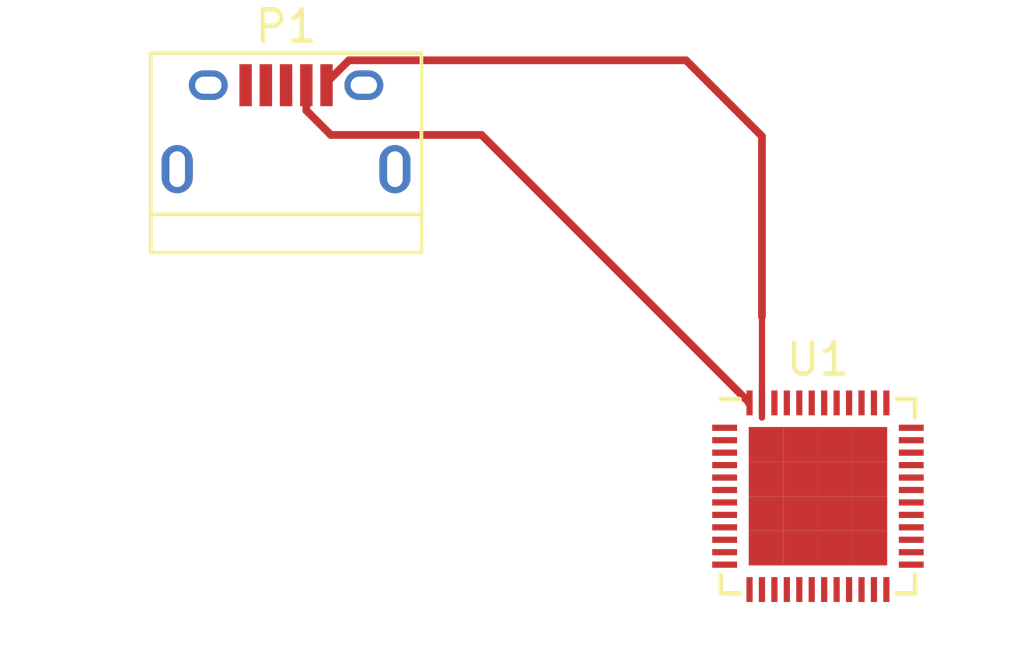
<source format=kicad_pcb>
(kicad_pcb (version 20160815) (host pcbnew "(2017-01-21 revision 33449216b)-makepkg")

  (general
    (links 5)
    (no_connects 5)
    (area 26.929972 19.5223 60.173619 41.076)
    (thickness 1.6)
    (drawings 0)
    (tracks 13)
    (zones 0)
    (modules 2)
    (nets 49)
  )

  (page A4)
  (layers
    (0 F.Cu signal)
    (31 B.Cu signal hide)
    (32 B.Adhes user)
    (33 F.Adhes user)
    (34 B.Paste user)
    (35 F.Paste user)
    (36 B.SilkS user)
    (37 F.SilkS user)
    (38 B.Mask user)
    (39 F.Mask user hide)
    (40 Dwgs.User user)
    (41 Cmts.User user)
    (42 Eco1.User user)
    (43 Eco2.User user)
    (44 Edge.Cuts user)
    (45 Margin user)
    (46 B.CrtYd user)
    (47 F.CrtYd user)
    (48 B.Fab user)
    (49 F.Fab user)
  )

  (setup
    (last_trace_width 0.2)
    (user_trace_width 0.2)
    (trace_clearance 0.2)
    (zone_clearance 0.508)
    (zone_45_only no)
    (trace_min 0.2)
    (segment_width 0.2)
    (edge_width 0.15)
    (via_size 0.8)
    (via_drill 0.4)
    (via_min_size 0.4)
    (via_min_drill 0.3)
    (uvia_size 0.3)
    (uvia_drill 0.1)
    (uvias_allowed no)
    (uvia_min_size 0.2)
    (uvia_min_drill 0.1)
    (pcb_text_width 0.3)
    (pcb_text_size 1.5 1.5)
    (mod_edge_width 0.15)
    (mod_text_size 1 1)
    (mod_text_width 0.15)
    (pad_size 1.524 1.524)
    (pad_drill 0.762)
    (pad_to_mask_clearance 0.2)
    (aux_axis_origin 0 0)
    (visible_elements FFFFFF7F)
    (pcbplotparams
      (layerselection 0x00000_7fffffff)
      (usegerberextensions false)
      (excludeedgelayer true)
      (linewidth 0.100000)
      (plotframeref false)
      (viasonmask false)
      (mode 1)
      (useauxorigin true)
      (hpglpennumber 1)
      (hpglpenspeed 20)
      (hpglpendiameter 15)
      (psnegative false)
      (psa4output false)
      (plotreference false)
      (plotvalue false)
      (plotinvisibletext false)
      (padsonsilk false)
      (subtractmaskfromsilk false)
      (outputformat 3)
      (mirror false)
      (drillshape 0)
      (scaleselection 1)
      (outputdirectory ../cam/))
  )

  (net 0 "")
  (net 1 "Net-(U1-Pad46)")
  (net 2 "Net-(U1-Pad45)")
  (net 3 "Net-(U1-Pad44)")
  (net 4 "Net-(U1-Pad43)")
  (net 5 "Net-(U1-Pad42)")
  (net 6 "Net-(U1-Pad41)")
  (net 7 "Net-(U1-Pad40)")
  (net 8 "Net-(U1-Pad39)")
  (net 9 "Net-(U1-Pad37)")
  (net 10 "Net-(U1-Pad36)")
  (net 11 "Net-(U1-Pad35)")
  (net 12 "Net-(U1-Pad34)")
  (net 13 "Net-(U1-Pad33)")
  (net 14 "Net-(U1-Pad32)")
  (net 15 "Net-(U1-Pad31)")
  (net 16 "Net-(U1-Pad30)")
  (net 17 "Net-(U1-Pad29)")
  (net 18 "Net-(U1-Pad28)")
  (net 19 "Net-(U1-Pad27)")
  (net 20 "Net-(U1-Pad26)")
  (net 21 "Net-(U1-Pad25)")
  (net 22 "Net-(U1-Pad24)")
  (net 23 "Net-(U1-Pad23)")
  (net 24 "Net-(U1-Pad22)")
  (net 25 "Net-(U1-Pad21)")
  (net 26 "Net-(U1-Pad20)")
  (net 27 "Net-(U1-Pad19)")
  (net 28 "Net-(U1-Pad18)")
  (net 29 "Net-(U1-Pad17)")
  (net 30 "Net-(U1-Pad16)")
  (net 31 "Net-(U1-Pad15)")
  (net 32 "Net-(U1-Pad14)")
  (net 33 "Net-(U1-Pad13)")
  (net 34 "Net-(U1-Pad12)")
  (net 35 "Net-(U1-Pad11)")
  (net 36 "Net-(U1-Pad10)")
  (net 37 "Net-(U1-Pad9)")
  (net 38 "Net-(U1-Pad6)")
  (net 39 "Net-(U1-Pad5)")
  (net 40 "Net-(U1-Pad4)")
  (net 41 "Net-(U1-Pad3)")
  (net 42 "Net-(U1-Pad2)")
  (net 43 "Net-(U1-Pad1)")
  (net 44 "Net-(P1-Pad4)")
  (net 45 "Net-(P1-Pad5)")
  (net 46 "Net-(P1-Pad1)")
  (net 47 "Net-(P1-Pad2)")
  (net 48 "Net-(P1-Pad3)")

  (net_class Default "This is the default net class."
    (clearance 0.2)
    (trace_width 0.25)
    (via_dia 0.8)
    (via_drill 0.4)
    (uvia_dia 0.3)
    (uvia_drill 0.1)
    (add_net "Net-(P1-Pad1)")
    (add_net "Net-(P1-Pad2)")
    (add_net "Net-(P1-Pad3)")
    (add_net "Net-(P1-Pad4)")
    (add_net "Net-(P1-Pad5)")
    (add_net "Net-(U1-Pad1)")
    (add_net "Net-(U1-Pad10)")
    (add_net "Net-(U1-Pad11)")
    (add_net "Net-(U1-Pad12)")
    (add_net "Net-(U1-Pad13)")
    (add_net "Net-(U1-Pad14)")
    (add_net "Net-(U1-Pad15)")
    (add_net "Net-(U1-Pad16)")
    (add_net "Net-(U1-Pad17)")
    (add_net "Net-(U1-Pad18)")
    (add_net "Net-(U1-Pad19)")
    (add_net "Net-(U1-Pad2)")
    (add_net "Net-(U1-Pad20)")
    (add_net "Net-(U1-Pad21)")
    (add_net "Net-(U1-Pad22)")
    (add_net "Net-(U1-Pad23)")
    (add_net "Net-(U1-Pad24)")
    (add_net "Net-(U1-Pad25)")
    (add_net "Net-(U1-Pad26)")
    (add_net "Net-(U1-Pad27)")
    (add_net "Net-(U1-Pad28)")
    (add_net "Net-(U1-Pad29)")
    (add_net "Net-(U1-Pad3)")
    (add_net "Net-(U1-Pad30)")
    (add_net "Net-(U1-Pad31)")
    (add_net "Net-(U1-Pad32)")
    (add_net "Net-(U1-Pad33)")
    (add_net "Net-(U1-Pad34)")
    (add_net "Net-(U1-Pad35)")
    (add_net "Net-(U1-Pad36)")
    (add_net "Net-(U1-Pad37)")
    (add_net "Net-(U1-Pad39)")
    (add_net "Net-(U1-Pad4)")
    (add_net "Net-(U1-Pad40)")
    (add_net "Net-(U1-Pad41)")
    (add_net "Net-(U1-Pad42)")
    (add_net "Net-(U1-Pad43)")
    (add_net "Net-(U1-Pad44)")
    (add_net "Net-(U1-Pad45)")
    (add_net "Net-(U1-Pad46)")
    (add_net "Net-(U1-Pad5)")
    (add_net "Net-(U1-Pad6)")
    (add_net "Net-(U1-Pad9)")
  )

  (module Housings_DFN_QFN:UQFN-48-1EP_6x6mm_Pitch0.4mm (layer F.Cu) (tedit 54130A77) (tstamp 5883EC4D)
    (at 53.374809 35.5835)
    (descr "48-Lead Plastic Ultra Thin Quad Flat, No Lead Package (MV) - 6x6x0.5 mm Body [UQFN]; (see Microchip Packaging Specification 00000049BS.pdf)")
    (tags "QFN 0.4")
    (path /5883EB28)
    (attr smd)
    (fp_text reference U1 (at 0 -4.4) (layer F.SilkS)
      (effects (font (size 1 1) (thickness 0.15)))
    )
    (fp_text value SAMD20G17A-MU (at 0 4.4) (layer F.Fab)
      (effects (font (size 1 1) (thickness 0.15)))
    )
    (fp_line (start 3.125 -3.125) (end 2.525 -3.125) (layer F.SilkS) (width 0.15))
    (fp_line (start 3.125 3.125) (end 2.525 3.125) (layer F.SilkS) (width 0.15))
    (fp_line (start -3.125 3.125) (end -2.525 3.125) (layer F.SilkS) (width 0.15))
    (fp_line (start -3.125 -3.125) (end -2.525 -3.125) (layer F.SilkS) (width 0.15))
    (fp_line (start 3.125 3.125) (end 3.125 2.525) (layer F.SilkS) (width 0.15))
    (fp_line (start -3.125 3.125) (end -3.125 2.525) (layer F.SilkS) (width 0.15))
    (fp_line (start 3.125 -3.125) (end 3.125 -2.525) (layer F.SilkS) (width 0.15))
    (fp_line (start -3.65 3.65) (end 3.65 3.65) (layer F.CrtYd) (width 0.05))
    (fp_line (start -3.65 -3.65) (end 3.65 -3.65) (layer F.CrtYd) (width 0.05))
    (fp_line (start 3.65 -3.65) (end 3.65 3.65) (layer F.CrtYd) (width 0.05))
    (fp_line (start -3.65 -3.65) (end -3.65 3.65) (layer F.CrtYd) (width 0.05))
    (fp_line (start -3 -2) (end -2 -3) (layer F.Fab) (width 0.15))
    (fp_line (start -3 3) (end -3 -2) (layer F.Fab) (width 0.15))
    (fp_line (start 3 3) (end -3 3) (layer F.Fab) (width 0.15))
    (fp_line (start 3 -3) (end 3 3) (layer F.Fab) (width 0.15))
    (fp_line (start -2 -3) (end 3 -3) (layer F.Fab) (width 0.15))
    (pad 49 smd rect (at -1.66875 -1.66875) (size 1.1125 1.1125) (layers F.Cu F.Paste F.Mask)
      (solder_paste_margin_ratio -0.2))
    (pad 49 smd rect (at -1.66875 -0.55625) (size 1.1125 1.1125) (layers F.Cu F.Paste F.Mask)
      (solder_paste_margin_ratio -0.2))
    (pad 49 smd rect (at -1.66875 0.55625) (size 1.1125 1.1125) (layers F.Cu F.Paste F.Mask)
      (solder_paste_margin_ratio -0.2))
    (pad 49 smd rect (at -1.66875 1.66875) (size 1.1125 1.1125) (layers F.Cu F.Paste F.Mask)
      (solder_paste_margin_ratio -0.2))
    (pad 49 smd rect (at -0.55625 -1.66875) (size 1.1125 1.1125) (layers F.Cu F.Paste F.Mask)
      (solder_paste_margin_ratio -0.2))
    (pad 49 smd rect (at -0.55625 -0.55625) (size 1.1125 1.1125) (layers F.Cu F.Paste F.Mask)
      (solder_paste_margin_ratio -0.2))
    (pad 49 smd rect (at -0.55625 0.55625) (size 1.1125 1.1125) (layers F.Cu F.Paste F.Mask)
      (solder_paste_margin_ratio -0.2))
    (pad 49 smd rect (at -0.55625 1.66875) (size 1.1125 1.1125) (layers F.Cu F.Paste F.Mask)
      (solder_paste_margin_ratio -0.2))
    (pad 49 smd rect (at 0.55625 -1.66875) (size 1.1125 1.1125) (layers F.Cu F.Paste F.Mask)
      (solder_paste_margin_ratio -0.2))
    (pad 49 smd rect (at 0.55625 -0.55625) (size 1.1125 1.1125) (layers F.Cu F.Paste F.Mask)
      (solder_paste_margin_ratio -0.2))
    (pad 49 smd rect (at 0.55625 0.55625) (size 1.1125 1.1125) (layers F.Cu F.Paste F.Mask)
      (solder_paste_margin_ratio -0.2))
    (pad 49 smd rect (at 0.55625 1.66875) (size 1.1125 1.1125) (layers F.Cu F.Paste F.Mask)
      (solder_paste_margin_ratio -0.2))
    (pad 49 smd rect (at 1.66875 -1.66875) (size 1.1125 1.1125) (layers F.Cu F.Paste F.Mask)
      (solder_paste_margin_ratio -0.2))
    (pad 49 smd rect (at 1.66875 -0.55625) (size 1.1125 1.1125) (layers F.Cu F.Paste F.Mask)
      (solder_paste_margin_ratio -0.2))
    (pad 49 smd rect (at 1.66875 0.55625) (size 1.1125 1.1125) (layers F.Cu F.Paste F.Mask)
      (solder_paste_margin_ratio -0.2))
    (pad 49 smd rect (at 1.66875 1.66875) (size 1.1125 1.1125) (layers F.Cu F.Paste F.Mask)
      (solder_paste_margin_ratio -0.2))
    (pad 48 smd rect (at -2.2 -3 90) (size 0.8 0.2) (layers F.Cu F.Paste F.Mask)
      (net 44 "Net-(P1-Pad4)"))
    (pad 47 smd rect (at -1.8 -3 90) (size 0.8 0.2) (layers F.Cu F.Paste F.Mask)
      (net 45 "Net-(P1-Pad5)"))
    (pad 46 smd rect (at -1.4 -3 90) (size 0.8 0.2) (layers F.Cu F.Paste F.Mask)
      (net 1 "Net-(U1-Pad46)"))
    (pad 45 smd rect (at -1 -3 90) (size 0.8 0.2) (layers F.Cu F.Paste F.Mask)
      (net 2 "Net-(U1-Pad45)"))
    (pad 44 smd rect (at -0.6 -3 90) (size 0.8 0.2) (layers F.Cu F.Paste F.Mask)
      (net 3 "Net-(U1-Pad44)"))
    (pad 43 smd rect (at -0.2 -3 90) (size 0.8 0.2) (layers F.Cu F.Paste F.Mask)
      (net 4 "Net-(U1-Pad43)"))
    (pad 42 smd rect (at 0.2 -3 90) (size 0.8 0.2) (layers F.Cu F.Paste F.Mask)
      (net 5 "Net-(U1-Pad42)"))
    (pad 41 smd rect (at 0.6 -3 90) (size 0.8 0.2) (layers F.Cu F.Paste F.Mask)
      (net 6 "Net-(U1-Pad41)"))
    (pad 40 smd rect (at 1 -3 90) (size 0.8 0.2) (layers F.Cu F.Paste F.Mask)
      (net 7 "Net-(U1-Pad40)"))
    (pad 39 smd rect (at 1.4 -3 90) (size 0.8 0.2) (layers F.Cu F.Paste F.Mask)
      (net 8 "Net-(U1-Pad39)"))
    (pad 38 smd rect (at 1.8 -3 90) (size 0.8 0.2) (layers F.Cu F.Paste F.Mask)
      (net 46 "Net-(P1-Pad1)"))
    (pad 37 smd rect (at 2.2 -3 90) (size 0.8 0.2) (layers F.Cu F.Paste F.Mask)
      (net 9 "Net-(U1-Pad37)"))
    (pad 36 smd rect (at 3 -2.2) (size 0.8 0.2) (layers F.Cu F.Paste F.Mask)
      (net 10 "Net-(U1-Pad36)"))
    (pad 35 smd rect (at 3 -1.8) (size 0.8 0.2) (layers F.Cu F.Paste F.Mask)
      (net 11 "Net-(U1-Pad35)"))
    (pad 34 smd rect (at 3 -1.4) (size 0.8 0.2) (layers F.Cu F.Paste F.Mask)
      (net 12 "Net-(U1-Pad34)"))
    (pad 33 smd rect (at 3 -1) (size 0.8 0.2) (layers F.Cu F.Paste F.Mask)
      (net 13 "Net-(U1-Pad33)"))
    (pad 32 smd rect (at 3 -0.6) (size 0.8 0.2) (layers F.Cu F.Paste F.Mask)
      (net 14 "Net-(U1-Pad32)"))
    (pad 31 smd rect (at 3 -0.2) (size 0.8 0.2) (layers F.Cu F.Paste F.Mask)
      (net 15 "Net-(U1-Pad31)"))
    (pad 30 smd rect (at 3 0.2) (size 0.8 0.2) (layers F.Cu F.Paste F.Mask)
      (net 16 "Net-(U1-Pad30)"))
    (pad 29 smd rect (at 3 0.6) (size 0.8 0.2) (layers F.Cu F.Paste F.Mask)
      (net 17 "Net-(U1-Pad29)"))
    (pad 28 smd rect (at 3 1) (size 0.8 0.2) (layers F.Cu F.Paste F.Mask)
      (net 18 "Net-(U1-Pad28)"))
    (pad 27 smd rect (at 3 1.4) (size 0.8 0.2) (layers F.Cu F.Paste F.Mask)
      (net 19 "Net-(U1-Pad27)"))
    (pad 26 smd rect (at 3 1.8) (size 0.8 0.2) (layers F.Cu F.Paste F.Mask)
      (net 20 "Net-(U1-Pad26)"))
    (pad 25 smd rect (at 3 2.2) (size 0.8 0.2) (layers F.Cu F.Paste F.Mask)
      (net 21 "Net-(U1-Pad25)"))
    (pad 24 smd rect (at 2.2 3 90) (size 0.8 0.2) (layers F.Cu F.Paste F.Mask)
      (net 22 "Net-(U1-Pad24)"))
    (pad 23 smd rect (at 1.8 3 90) (size 0.8 0.2) (layers F.Cu F.Paste F.Mask)
      (net 23 "Net-(U1-Pad23)"))
    (pad 22 smd rect (at 1.4 3 90) (size 0.8 0.2) (layers F.Cu F.Paste F.Mask)
      (net 24 "Net-(U1-Pad22)"))
    (pad 21 smd rect (at 1 3 90) (size 0.8 0.2) (layers F.Cu F.Paste F.Mask)
      (net 25 "Net-(U1-Pad21)"))
    (pad 20 smd rect (at 0.6 3 90) (size 0.8 0.2) (layers F.Cu F.Paste F.Mask)
      (net 26 "Net-(U1-Pad20)"))
    (pad 19 smd rect (at 0.2 3 90) (size 0.8 0.2) (layers F.Cu F.Paste F.Mask)
      (net 27 "Net-(U1-Pad19)"))
    (pad 18 smd rect (at -0.2 3 90) (size 0.8 0.2) (layers F.Cu F.Paste F.Mask)
      (net 28 "Net-(U1-Pad18)"))
    (pad 17 smd rect (at -0.6 3 90) (size 0.8 0.2) (layers F.Cu F.Paste F.Mask)
      (net 29 "Net-(U1-Pad17)"))
    (pad 16 smd rect (at -1 3 90) (size 0.8 0.2) (layers F.Cu F.Paste F.Mask)
      (net 30 "Net-(U1-Pad16)"))
    (pad 15 smd rect (at -1.4 3 90) (size 0.8 0.2) (layers F.Cu F.Paste F.Mask)
      (net 31 "Net-(U1-Pad15)"))
    (pad 14 smd rect (at -1.8 3 90) (size 0.8 0.2) (layers F.Cu F.Paste F.Mask)
      (net 32 "Net-(U1-Pad14)"))
    (pad 13 smd rect (at -2.2 3 90) (size 0.8 0.2) (layers F.Cu F.Paste F.Mask)
      (net 33 "Net-(U1-Pad13)"))
    (pad 12 smd rect (at -3 2.2) (size 0.8 0.2) (layers F.Cu F.Paste F.Mask)
      (net 34 "Net-(U1-Pad12)"))
    (pad 11 smd rect (at -3 1.8) (size 0.8 0.2) (layers F.Cu F.Paste F.Mask)
      (net 35 "Net-(U1-Pad11)"))
    (pad 10 smd rect (at -3 1.4) (size 0.8 0.2) (layers F.Cu F.Paste F.Mask)
      (net 36 "Net-(U1-Pad10)"))
    (pad 9 smd rect (at -3 1) (size 0.8 0.2) (layers F.Cu F.Paste F.Mask)
      (net 37 "Net-(U1-Pad9)"))
    (pad 8 smd rect (at -3 0.6) (size 0.8 0.2) (layers F.Cu F.Paste F.Mask)
      (net 47 "Net-(P1-Pad2)"))
    (pad 7 smd rect (at -3 0.2) (size 0.8 0.2) (layers F.Cu F.Paste F.Mask)
      (net 48 "Net-(P1-Pad3)"))
    (pad 6 smd rect (at -3 -0.2) (size 0.8 0.2) (layers F.Cu F.Paste F.Mask)
      (net 38 "Net-(U1-Pad6)"))
    (pad 5 smd rect (at -3 -0.6) (size 0.8 0.2) (layers F.Cu F.Paste F.Mask)
      (net 39 "Net-(U1-Pad5)"))
    (pad 4 smd rect (at -3 -1) (size 0.8 0.2) (layers F.Cu F.Paste F.Mask)
      (net 40 "Net-(U1-Pad4)"))
    (pad 3 smd rect (at -3 -1.4) (size 0.8 0.2) (layers F.Cu F.Paste F.Mask)
      (net 41 "Net-(U1-Pad3)"))
    (pad 2 smd rect (at -3 -1.8) (size 0.8 0.2) (layers F.Cu F.Paste F.Mask)
      (net 42 "Net-(U1-Pad2)"))
    (pad 1 smd rect (at -3 -2.2) (size 0.8 0.2) (layers F.Cu F.Paste F.Mask)
      (net 43 "Net-(U1-Pad1)"))
    (model Housings_DFN_QFN.3dshapes/UQFN-48-1EP_6x6mm_Pitch0.4mm.wrl
      (at (xyz 0 0 0))
      (scale (xyz 1 1 1))
      (rotate (xyz 0 0 0))
    )
  )

  (module Connectors:USB_Micro-B (layer F.Cu) (tedit 5543E447) (tstamp 5883EE24)
    (at 36.2764 23.7198)
    (descr "Micro USB Type B Receptacle")
    (tags "USB USB_B USB_micro USB_OTG")
    (path /5883ED72)
    (attr smd)
    (fp_text reference P1 (at 0 -3.24) (layer F.SilkS)
      (effects (font (size 1 1) (thickness 0.15)))
    )
    (fp_text value USB_MICROB_PLUG-SMT (at 0 5.01) (layer F.Fab)
      (effects (font (size 1 1) (thickness 0.15)))
    )
    (fp_line (start -4.35 4.03) (end -4.35 -2.38) (layer F.SilkS) (width 0.12))
    (fp_line (start 4.35 2.8) (end -4.35 2.8) (layer F.SilkS) (width 0.12))
    (fp_line (start 4.35 -2.38) (end 4.35 4.03) (layer F.SilkS) (width 0.12))
    (fp_line (start -4.35 -2.38) (end 4.35 -2.38) (layer F.SilkS) (width 0.12))
    (fp_line (start -4.35 4.03) (end 4.35 4.03) (layer F.SilkS) (width 0.12))
    (fp_line (start -4.6 4.26) (end -4.6 -2.59) (layer F.CrtYd) (width 0.05))
    (fp_line (start 4.6 4.26) (end -4.6 4.26) (layer F.CrtYd) (width 0.05))
    (fp_line (start 4.6 -2.59) (end 4.6 4.26) (layer F.CrtYd) (width 0.05))
    (fp_line (start -4.6 -2.59) (end 4.6 -2.59) (layer F.CrtYd) (width 0.05))
    (pad 6 thru_hole oval (at 3.5 1.35 90) (size 1.55 1) (drill oval 1.15 0.5) (layers *.Cu *.Mask))
    (pad 6 thru_hole oval (at -3.5 1.35 90) (size 1.55 1) (drill oval 1.15 0.5) (layers *.Cu *.Mask))
    (pad 6 thru_hole oval (at 2.5 -1.35 90) (size 0.95 1.25) (drill oval 0.55 0.85) (layers *.Cu *.Mask))
    (pad 6 thru_hole oval (at -2.5 -1.35 90) (size 0.95 1.25) (drill oval 0.55 0.85) (layers *.Cu *.Mask))
    (pad 5 smd rect (at 1.3 -1.35 90) (size 1.35 0.4) (layers F.Cu F.Paste F.Mask)
      (net 45 "Net-(P1-Pad5)"))
    (pad 4 smd rect (at 0.65 -1.35 90) (size 1.35 0.4) (layers F.Cu F.Paste F.Mask)
      (net 44 "Net-(P1-Pad4)"))
    (pad 3 smd rect (at 0 -1.35 90) (size 1.35 0.4) (layers F.Cu F.Paste F.Mask)
      (net 48 "Net-(P1-Pad3)"))
    (pad 2 smd rect (at -0.65 -1.35 90) (size 1.35 0.4) (layers F.Cu F.Paste F.Mask)
      (net 47 "Net-(P1-Pad2)"))
    (pad 1 smd rect (at -1.3 -1.35 90) (size 1.35 0.4) (layers F.Cu F.Paste F.Mask)
      (net 46 "Net-(P1-Pad1)"))
  )

  (segment (start 36.9264 22.3698) (end 36.9264 23.179802) (width 0.25) (layer F.Cu) (net 44))
  (segment (start 36.9264 23.179802) (end 37.716388 23.96979) (width 0.25) (layer F.Cu) (net 44))
  (segment (start 37.716388 23.96979) (end 42.561099 23.96979) (width 0.25) (layer F.Cu) (net 44))
  (segment (start 42.561099 23.96979) (end 51.149808 32.558499) (width 0.25) (layer F.Cu) (net 44))
  (segment (start 51.149808 32.558499) (end 51.149808 32.5835) (width 0.25) (layer F.Cu) (net 44))
  (segment (start 51.574809 32.5835) (end 51.574809 33.058499) (width 0.2) (layer F.Cu) (net 45))
  (segment (start 51.574809 24.010729) (end 49.13387 21.56979) (width 0.25) (layer F.Cu) (net 45))
  (segment (start 49.13387 21.56979) (end 38.295026 21.56979) (width 0.25) (layer F.Cu) (net 45))
  (segment (start 38.295026 21.56979) (end 37.5764 22.288416) (width 0.25) (layer F.Cu) (net 45))
  (segment (start 37.5764 22.288416) (end 37.5764 22.3698) (width 0.25) (layer F.Cu) (net 45))
  (segment (start 51.574809 29.807009) (end 51.574809 24.010729) (width 0.25) (layer F.Cu) (net 45))
  (segment (start 51.574809 32.5835) (end 51.574809 29.807009) (width 0.2) (layer F.Cu) (net 45))
  (segment (start 37.5764 22.3698) (end 37.58948 22.3698) (width 0.25) (layer F.Cu) (net 45))

)

</source>
